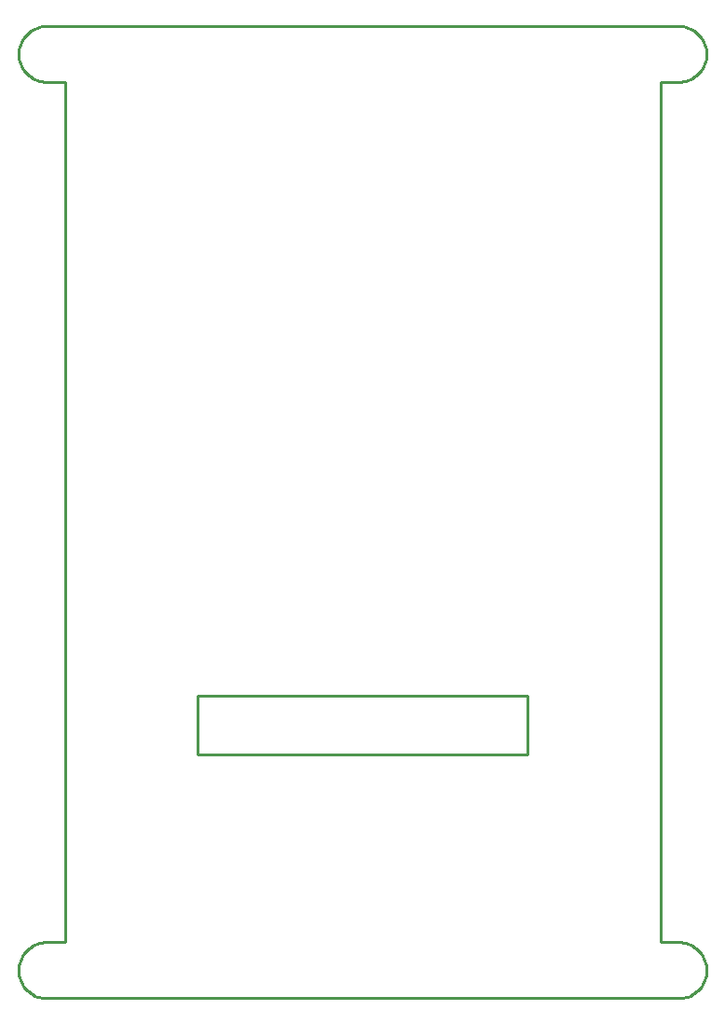
<source format=gbr>
G04 EAGLE Gerber RS-274X export*
G75*
%MOMM*%
%FSLAX34Y34*%
%LPD*%
%IN*%
%IPPOS*%
%AMOC8*
5,1,8,0,0,1.08239X$1,22.5*%
G01*
%ADD10C,0.254000*%


D10*
X-312420Y-406400D02*
X-312323Y-408614D01*
X-312034Y-410811D01*
X-311555Y-412974D01*
X-310888Y-415087D01*
X-310040Y-417135D01*
X-309017Y-419100D01*
X-307826Y-420969D01*
X-306478Y-422727D01*
X-304981Y-424361D01*
X-303347Y-425858D01*
X-301589Y-427206D01*
X-299720Y-428397D01*
X-297755Y-429420D01*
X-295707Y-430268D01*
X-293594Y-430935D01*
X-291431Y-431414D01*
X-289234Y-431703D01*
X-287020Y-431800D01*
X287020Y-431800D01*
X289234Y-431703D01*
X291431Y-431414D01*
X293594Y-430935D01*
X295707Y-430268D01*
X297755Y-429420D01*
X299720Y-428397D01*
X301589Y-427206D01*
X303347Y-425858D01*
X304981Y-424361D01*
X306478Y-422727D01*
X307826Y-420969D01*
X309017Y-419100D01*
X310040Y-417135D01*
X310888Y-415087D01*
X311555Y-412974D01*
X312034Y-410811D01*
X312323Y-408614D01*
X312420Y-406400D01*
X312323Y-404186D01*
X312034Y-401989D01*
X311555Y-399826D01*
X310888Y-397713D01*
X310040Y-395666D01*
X309017Y-393700D01*
X307826Y-391831D01*
X306478Y-390073D01*
X304981Y-388440D01*
X303347Y-386942D01*
X301589Y-385594D01*
X299720Y-384403D01*
X297755Y-383380D01*
X295707Y-382532D01*
X293594Y-381865D01*
X291431Y-381386D01*
X289234Y-381097D01*
X287020Y-381000D01*
X270510Y-381000D01*
X270510Y400050D01*
X287020Y400050D01*
X289234Y400147D01*
X291431Y400436D01*
X293594Y400915D01*
X295707Y401582D01*
X297755Y402430D01*
X299720Y403453D01*
X301589Y404644D01*
X303347Y405992D01*
X304981Y407490D01*
X306478Y409123D01*
X307826Y410881D01*
X309017Y412750D01*
X310040Y414716D01*
X310888Y416763D01*
X311555Y418876D01*
X312034Y421039D01*
X312323Y423236D01*
X312420Y425450D01*
X312323Y427664D01*
X312034Y429861D01*
X311555Y432024D01*
X310888Y434137D01*
X310040Y436185D01*
X309017Y438150D01*
X307826Y440019D01*
X306478Y441777D01*
X304981Y443411D01*
X303347Y444908D01*
X301589Y446256D01*
X299720Y447447D01*
X297755Y448470D01*
X295707Y449318D01*
X293594Y449985D01*
X291431Y450464D01*
X289234Y450753D01*
X287020Y450850D01*
X-287020Y450850D01*
X-289234Y450753D01*
X-291431Y450464D01*
X-293594Y449985D01*
X-295707Y449318D01*
X-297755Y448470D01*
X-299720Y447447D01*
X-301589Y446256D01*
X-303347Y444908D01*
X-304981Y443411D01*
X-306478Y441777D01*
X-307826Y440019D01*
X-309017Y438150D01*
X-310040Y436185D01*
X-310888Y434137D01*
X-311555Y432024D01*
X-312034Y429861D01*
X-312323Y427664D01*
X-312420Y425450D01*
X-312323Y423236D01*
X-312034Y421039D01*
X-311555Y418876D01*
X-310888Y416763D01*
X-310040Y414716D01*
X-309017Y412750D01*
X-307826Y410881D01*
X-306478Y409123D01*
X-304981Y407490D01*
X-303347Y405992D01*
X-301589Y404644D01*
X-299720Y403453D01*
X-297755Y402430D01*
X-295707Y401582D01*
X-293594Y400915D01*
X-291431Y400436D01*
X-289234Y400147D01*
X-287020Y400050D01*
X-270510Y400050D01*
X-270510Y-381000D01*
X-287020Y-381000D01*
X-289234Y-381097D01*
X-291431Y-381386D01*
X-293594Y-381865D01*
X-295707Y-382532D01*
X-297755Y-383380D01*
X-299720Y-384403D01*
X-301589Y-385594D01*
X-303347Y-386942D01*
X-304981Y-388440D01*
X-306478Y-390073D01*
X-307826Y-391831D01*
X-309017Y-393700D01*
X-310040Y-395666D01*
X-310888Y-397713D01*
X-311555Y-399826D01*
X-312034Y-401989D01*
X-312323Y-404186D01*
X-312420Y-406400D01*
X-149860Y-210820D02*
X149860Y-210820D01*
X149860Y-157480D01*
X-149860Y-157480D01*
X-149860Y-210820D01*
M02*

</source>
